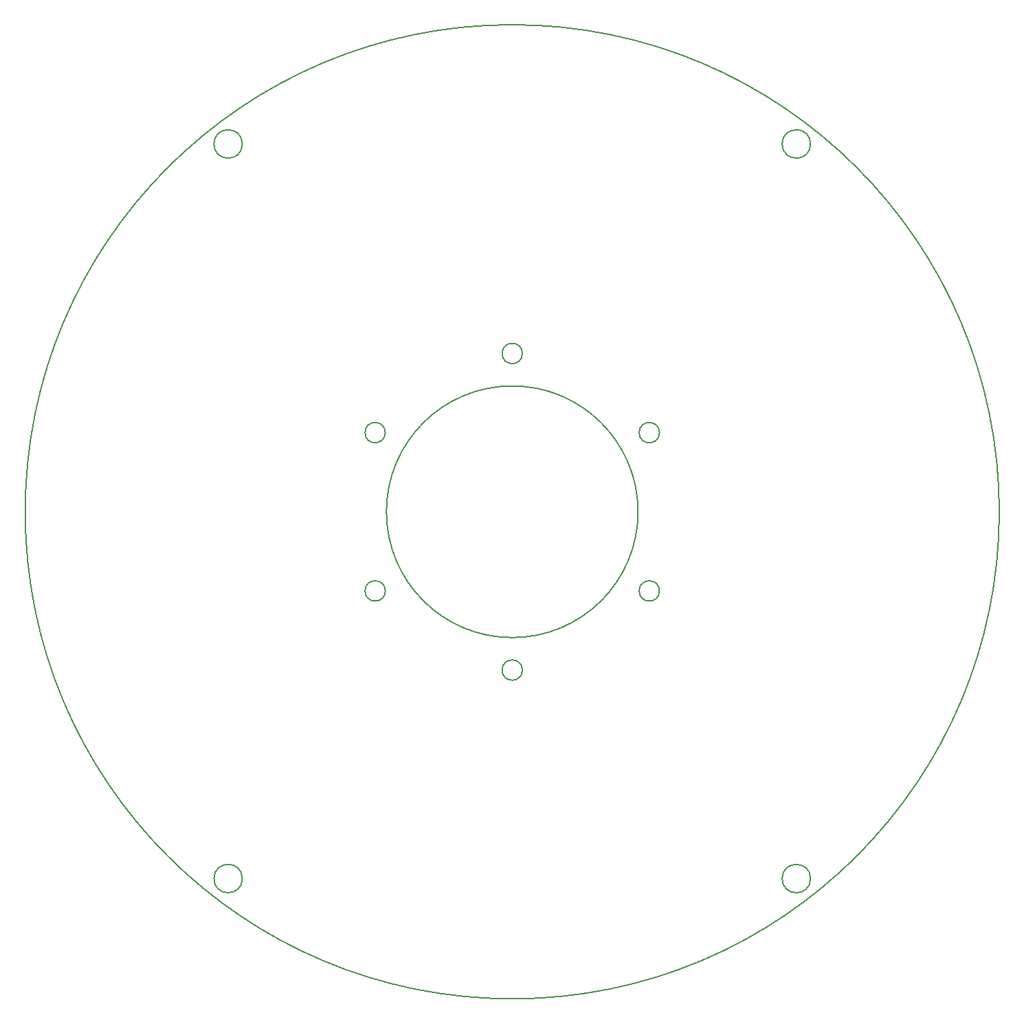
<source format=gbr>
%TF.GenerationSoftware,KiCad,Pcbnew,(6.0.5)*%
%TF.CreationDate,2023-02-26T15:47:36+09:00*%
%TF.ProjectId,mainboard,6d61696e-626f-4617-9264-2e6b69636164,rev?*%
%TF.SameCoordinates,Original*%
%TF.FileFunction,Profile,NP*%
%FSLAX46Y46*%
G04 Gerber Fmt 4.6, Leading zero omitted, Abs format (unit mm)*
G04 Created by KiCad (PCBNEW (6.0.5)) date 2023-02-26 15:47:36*
%MOMM*%
%LPD*%
G01*
G04 APERTURE LIST*
%TA.AperFunction,Profile*%
%ADD10C,0.200000*%
%TD*%
G04 APERTURE END LIST*
D10*
X136762505Y-111350000D02*
G75*
G03*
X136762505Y-111350000I-1250000J0D01*
G01*
X212400000Y-101600000D02*
G75*
G03*
X212400000Y-101600000I-60000000J0D01*
G01*
X167900000Y-101600000D02*
G75*
G03*
X167900000Y-101600000I-15500000J0D01*
G01*
X153650000Y-82100000D02*
G75*
G03*
X153650000Y-82100000I-1250000J0D01*
G01*
X153650000Y-121100000D02*
G75*
G03*
X153650000Y-121100000I-1250000J0D01*
G01*
X189150000Y-56288109D02*
G75*
G03*
X189150000Y-56288109I-1750000J0D01*
G01*
X170537495Y-111350000D02*
G75*
G03*
X170537495Y-111350000I-1250000J0D01*
G01*
X119150000Y-146788109D02*
G75*
G03*
X119150000Y-146788109I-1750000J0D01*
G01*
X119150000Y-56288109D02*
G75*
G03*
X119150000Y-56288109I-1750000J0D01*
G01*
X189150000Y-146788109D02*
G75*
G03*
X189150000Y-146788109I-1750000J0D01*
G01*
X136762505Y-91850000D02*
G75*
G03*
X136762505Y-91850000I-1250000J0D01*
G01*
X170537495Y-91850000D02*
G75*
G03*
X170537495Y-91850000I-1250000J0D01*
G01*
M02*

</source>
